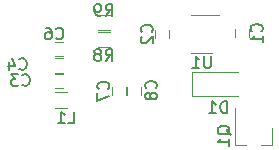
<source format=gbo>
G04 #@! TF.FileFunction,Legend,Bot*
%FSLAX46Y46*%
G04 Gerber Fmt 4.6, Leading zero omitted, Abs format (unit mm)*
G04 Created by KiCad (PCBNEW 4.0.7) date 04/14/18 18:56:33*
%MOMM*%
%LPD*%
G01*
G04 APERTURE LIST*
%ADD10C,0.100000*%
%ADD11C,0.120000*%
%ADD12C,0.150000*%
G04 APERTURE END LIST*
D10*
D11*
X120932500Y-55785500D02*
X120932500Y-55085500D01*
X119732500Y-55085500D02*
X119732500Y-55785500D01*
X112938000Y-55149000D02*
X112938000Y-55849000D01*
X114138000Y-55849000D02*
X114138000Y-55149000D01*
X104425000Y-60099500D02*
X105125000Y-60099500D01*
X105125000Y-58899500D02*
X104425000Y-58899500D01*
X104425000Y-58766000D02*
X105125000Y-58766000D01*
X105125000Y-57566000D02*
X104425000Y-57566000D01*
X104425000Y-57369000D02*
X105125000Y-57369000D01*
X105125000Y-56169000D02*
X104425000Y-56169000D01*
X109255000Y-59975000D02*
X109255000Y-60675000D01*
X110455000Y-60675000D02*
X110455000Y-59975000D01*
X110525000Y-59975000D02*
X110525000Y-60675000D01*
X111725000Y-60675000D02*
X111725000Y-59975000D01*
X104465500Y-61767000D02*
X105465500Y-61767000D01*
X105465500Y-60407000D02*
X104465500Y-60407000D01*
X109085000Y-55200000D02*
X108085000Y-55200000D01*
X108085000Y-56560000D02*
X109085000Y-56560000D01*
X109085000Y-53930000D02*
X108085000Y-53930000D01*
X108085000Y-55290000D02*
X109085000Y-55290000D01*
X116050500Y-60753500D02*
X116050500Y-58753500D01*
X116050500Y-58753500D02*
X119950500Y-58753500D01*
X116050500Y-60753500D02*
X119950500Y-60753500D01*
X117740000Y-57109000D02*
X115940000Y-57109000D01*
X115940000Y-53889000D02*
X118390000Y-53889000D01*
X122865000Y-64895000D02*
X121935000Y-64895000D01*
X119705000Y-64895000D02*
X120635000Y-64895000D01*
X119705000Y-64895000D02*
X119705000Y-61735000D01*
X122865000Y-64895000D02*
X122865000Y-63435000D01*
D12*
X121939643Y-55268834D02*
X121987262Y-55221215D01*
X122034881Y-55078358D01*
X122034881Y-54983120D01*
X121987262Y-54840262D01*
X121892024Y-54745024D01*
X121796786Y-54697405D01*
X121606310Y-54649786D01*
X121463452Y-54649786D01*
X121272976Y-54697405D01*
X121177738Y-54745024D01*
X121082500Y-54840262D01*
X121034881Y-54983120D01*
X121034881Y-55078358D01*
X121082500Y-55221215D01*
X121130119Y-55268834D01*
X122034881Y-56221215D02*
X122034881Y-55649786D01*
X122034881Y-55935500D02*
X121034881Y-55935500D01*
X121177738Y-55840262D01*
X121272976Y-55745024D01*
X121320595Y-55649786D01*
X112645143Y-55332334D02*
X112692762Y-55284715D01*
X112740381Y-55141858D01*
X112740381Y-55046620D01*
X112692762Y-54903762D01*
X112597524Y-54808524D01*
X112502286Y-54760905D01*
X112311810Y-54713286D01*
X112168952Y-54713286D01*
X111978476Y-54760905D01*
X111883238Y-54808524D01*
X111788000Y-54903762D01*
X111740381Y-55046620D01*
X111740381Y-55141858D01*
X111788000Y-55284715D01*
X111835619Y-55332334D01*
X111835619Y-55713286D02*
X111788000Y-55760905D01*
X111740381Y-55856143D01*
X111740381Y-56094239D01*
X111788000Y-56189477D01*
X111835619Y-56237096D01*
X111930857Y-56284715D01*
X112026095Y-56284715D01*
X112168952Y-56237096D01*
X112740381Y-55665667D01*
X112740381Y-56284715D01*
X101703166Y-59793143D02*
X101750785Y-59840762D01*
X101893642Y-59888381D01*
X101988880Y-59888381D01*
X102131738Y-59840762D01*
X102226976Y-59745524D01*
X102274595Y-59650286D01*
X102322214Y-59459810D01*
X102322214Y-59316952D01*
X102274595Y-59126476D01*
X102226976Y-59031238D01*
X102131738Y-58936000D01*
X101988880Y-58888381D01*
X101893642Y-58888381D01*
X101750785Y-58936000D01*
X101703166Y-58983619D01*
X101369833Y-58888381D02*
X100750785Y-58888381D01*
X101084119Y-59269333D01*
X100941261Y-59269333D01*
X100846023Y-59316952D01*
X100798404Y-59364571D01*
X100750785Y-59459810D01*
X100750785Y-59697905D01*
X100798404Y-59793143D01*
X100846023Y-59840762D01*
X100941261Y-59888381D01*
X101226976Y-59888381D01*
X101322214Y-59840762D01*
X101369833Y-59793143D01*
X101449166Y-58459643D02*
X101496785Y-58507262D01*
X101639642Y-58554881D01*
X101734880Y-58554881D01*
X101877738Y-58507262D01*
X101972976Y-58412024D01*
X102020595Y-58316786D01*
X102068214Y-58126310D01*
X102068214Y-57983452D01*
X102020595Y-57792976D01*
X101972976Y-57697738D01*
X101877738Y-57602500D01*
X101734880Y-57554881D01*
X101639642Y-57554881D01*
X101496785Y-57602500D01*
X101449166Y-57650119D01*
X100592023Y-57888214D02*
X100592023Y-58554881D01*
X100830119Y-57507262D02*
X101068214Y-58221548D01*
X100449166Y-58221548D01*
X104560666Y-55856143D02*
X104608285Y-55903762D01*
X104751142Y-55951381D01*
X104846380Y-55951381D01*
X104989238Y-55903762D01*
X105084476Y-55808524D01*
X105132095Y-55713286D01*
X105179714Y-55522810D01*
X105179714Y-55379952D01*
X105132095Y-55189476D01*
X105084476Y-55094238D01*
X104989238Y-54999000D01*
X104846380Y-54951381D01*
X104751142Y-54951381D01*
X104608285Y-54999000D01*
X104560666Y-55046619D01*
X103703523Y-54951381D02*
X103894000Y-54951381D01*
X103989238Y-54999000D01*
X104036857Y-55046619D01*
X104132095Y-55189476D01*
X104179714Y-55379952D01*
X104179714Y-55760905D01*
X104132095Y-55856143D01*
X104084476Y-55903762D01*
X103989238Y-55951381D01*
X103798761Y-55951381D01*
X103703523Y-55903762D01*
X103655904Y-55856143D01*
X103608285Y-55760905D01*
X103608285Y-55522810D01*
X103655904Y-55427571D01*
X103703523Y-55379952D01*
X103798761Y-55332333D01*
X103989238Y-55332333D01*
X104084476Y-55379952D01*
X104132095Y-55427571D01*
X104179714Y-55522810D01*
X108962143Y-60158334D02*
X109009762Y-60110715D01*
X109057381Y-59967858D01*
X109057381Y-59872620D01*
X109009762Y-59729762D01*
X108914524Y-59634524D01*
X108819286Y-59586905D01*
X108628810Y-59539286D01*
X108485952Y-59539286D01*
X108295476Y-59586905D01*
X108200238Y-59634524D01*
X108105000Y-59729762D01*
X108057381Y-59872620D01*
X108057381Y-59967858D01*
X108105000Y-60110715D01*
X108152619Y-60158334D01*
X108057381Y-60491667D02*
X108057381Y-61158334D01*
X109057381Y-60729762D01*
X113006143Y-60094834D02*
X113053762Y-60047215D01*
X113101381Y-59904358D01*
X113101381Y-59809120D01*
X113053762Y-59666262D01*
X112958524Y-59571024D01*
X112863286Y-59523405D01*
X112672810Y-59475786D01*
X112529952Y-59475786D01*
X112339476Y-59523405D01*
X112244238Y-59571024D01*
X112149000Y-59666262D01*
X112101381Y-59809120D01*
X112101381Y-59904358D01*
X112149000Y-60047215D01*
X112196619Y-60094834D01*
X112529952Y-60666262D02*
X112482333Y-60571024D01*
X112434714Y-60523405D01*
X112339476Y-60475786D01*
X112291857Y-60475786D01*
X112196619Y-60523405D01*
X112149000Y-60571024D01*
X112101381Y-60666262D01*
X112101381Y-60856739D01*
X112149000Y-60951977D01*
X112196619Y-60999596D01*
X112291857Y-61047215D01*
X112339476Y-61047215D01*
X112434714Y-60999596D01*
X112482333Y-60951977D01*
X112529952Y-60856739D01*
X112529952Y-60666262D01*
X112577571Y-60571024D01*
X112625190Y-60523405D01*
X112720429Y-60475786D01*
X112910905Y-60475786D01*
X113006143Y-60523405D01*
X113053762Y-60571024D01*
X113101381Y-60666262D01*
X113101381Y-60856739D01*
X113053762Y-60951977D01*
X113006143Y-60999596D01*
X112910905Y-61047215D01*
X112720429Y-61047215D01*
X112625190Y-60999596D01*
X112577571Y-60951977D01*
X112529952Y-60856739D01*
X105576666Y-63063381D02*
X106052857Y-63063381D01*
X106052857Y-62063381D01*
X104719523Y-63063381D02*
X105290952Y-63063381D01*
X105005238Y-63063381D02*
X105005238Y-62063381D01*
X105100476Y-62206238D01*
X105195714Y-62301476D01*
X105290952Y-62349095D01*
X108751666Y-57782381D02*
X109085000Y-57306190D01*
X109323095Y-57782381D02*
X109323095Y-56782381D01*
X108942142Y-56782381D01*
X108846904Y-56830000D01*
X108799285Y-56877619D01*
X108751666Y-56972857D01*
X108751666Y-57115714D01*
X108799285Y-57210952D01*
X108846904Y-57258571D01*
X108942142Y-57306190D01*
X109323095Y-57306190D01*
X108180238Y-57210952D02*
X108275476Y-57163333D01*
X108323095Y-57115714D01*
X108370714Y-57020476D01*
X108370714Y-56972857D01*
X108323095Y-56877619D01*
X108275476Y-56830000D01*
X108180238Y-56782381D01*
X107989761Y-56782381D01*
X107894523Y-56830000D01*
X107846904Y-56877619D01*
X107799285Y-56972857D01*
X107799285Y-57020476D01*
X107846904Y-57115714D01*
X107894523Y-57163333D01*
X107989761Y-57210952D01*
X108180238Y-57210952D01*
X108275476Y-57258571D01*
X108323095Y-57306190D01*
X108370714Y-57401429D01*
X108370714Y-57591905D01*
X108323095Y-57687143D01*
X108275476Y-57734762D01*
X108180238Y-57782381D01*
X107989761Y-57782381D01*
X107894523Y-57734762D01*
X107846904Y-57687143D01*
X107799285Y-57591905D01*
X107799285Y-57401429D01*
X107846904Y-57306190D01*
X107894523Y-57258571D01*
X107989761Y-57210952D01*
X108751666Y-53982881D02*
X109085000Y-53506690D01*
X109323095Y-53982881D02*
X109323095Y-52982881D01*
X108942142Y-52982881D01*
X108846904Y-53030500D01*
X108799285Y-53078119D01*
X108751666Y-53173357D01*
X108751666Y-53316214D01*
X108799285Y-53411452D01*
X108846904Y-53459071D01*
X108942142Y-53506690D01*
X109323095Y-53506690D01*
X108275476Y-53982881D02*
X108085000Y-53982881D01*
X107989761Y-53935262D01*
X107942142Y-53887643D01*
X107846904Y-53744786D01*
X107799285Y-53554310D01*
X107799285Y-53173357D01*
X107846904Y-53078119D01*
X107894523Y-53030500D01*
X107989761Y-52982881D01*
X108180238Y-52982881D01*
X108275476Y-53030500D01*
X108323095Y-53078119D01*
X108370714Y-53173357D01*
X108370714Y-53411452D01*
X108323095Y-53506690D01*
X108275476Y-53554310D01*
X108180238Y-53601929D01*
X107989761Y-53601929D01*
X107894523Y-53554310D01*
X107846904Y-53506690D01*
X107799285Y-53411452D01*
X119038595Y-62205881D02*
X119038595Y-61205881D01*
X118800500Y-61205881D01*
X118657642Y-61253500D01*
X118562404Y-61348738D01*
X118514785Y-61443976D01*
X118467166Y-61634452D01*
X118467166Y-61777310D01*
X118514785Y-61967786D01*
X118562404Y-62063024D01*
X118657642Y-62158262D01*
X118800500Y-62205881D01*
X119038595Y-62205881D01*
X117514785Y-62205881D02*
X118086214Y-62205881D01*
X117800500Y-62205881D02*
X117800500Y-61205881D01*
X117895738Y-61348738D01*
X117990976Y-61443976D01*
X118086214Y-61491595D01*
X117665405Y-57364381D02*
X117665405Y-58173905D01*
X117617786Y-58269143D01*
X117570167Y-58316762D01*
X117474929Y-58364381D01*
X117284452Y-58364381D01*
X117189214Y-58316762D01*
X117141595Y-58269143D01*
X117093976Y-58173905D01*
X117093976Y-57364381D01*
X116093976Y-58364381D02*
X116665405Y-58364381D01*
X116379691Y-58364381D02*
X116379691Y-57364381D01*
X116474929Y-57507238D01*
X116570167Y-57602476D01*
X116665405Y-57650095D01*
X119332619Y-64039762D02*
X119285000Y-63944524D01*
X119189762Y-63849286D01*
X119046905Y-63706429D01*
X118999286Y-63611190D01*
X118999286Y-63515952D01*
X119237381Y-63563571D02*
X119189762Y-63468333D01*
X119094524Y-63373095D01*
X118904048Y-63325476D01*
X118570714Y-63325476D01*
X118380238Y-63373095D01*
X118285000Y-63468333D01*
X118237381Y-63563571D01*
X118237381Y-63754048D01*
X118285000Y-63849286D01*
X118380238Y-63944524D01*
X118570714Y-63992143D01*
X118904048Y-63992143D01*
X119094524Y-63944524D01*
X119189762Y-63849286D01*
X119237381Y-63754048D01*
X119237381Y-63563571D01*
X119237381Y-64944524D02*
X119237381Y-64373095D01*
X119237381Y-64658809D02*
X118237381Y-64658809D01*
X118380238Y-64563571D01*
X118475476Y-64468333D01*
X118523095Y-64373095D01*
M02*

</source>
